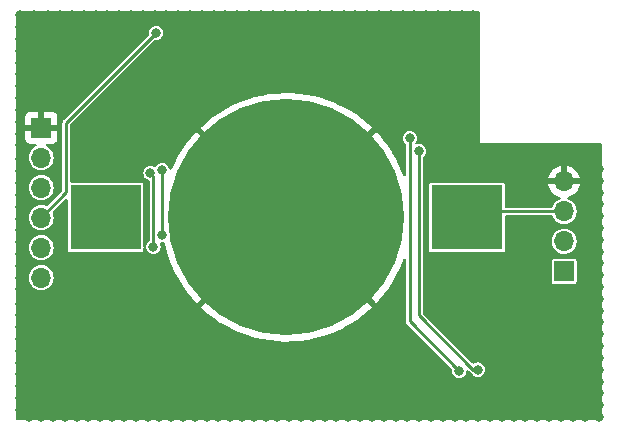
<source format=gbl>
G04 #@! TF.GenerationSoftware,KiCad,Pcbnew,(6.0.1)*
G04 #@! TF.CreationDate,2022-09-21T11:39:00+02:00*
G04 #@! TF.ProjectId,LoRa-E5_BME680,4c6f5261-2d45-4355-9f42-4d453638302e,rev?*
G04 #@! TF.SameCoordinates,Original*
G04 #@! TF.FileFunction,Copper,L2,Bot*
G04 #@! TF.FilePolarity,Positive*
%FSLAX46Y46*%
G04 Gerber Fmt 4.6, Leading zero omitted, Abs format (unit mm)*
G04 Created by KiCad (PCBNEW (6.0.1)) date 2022-09-21 11:39:00*
%MOMM*%
%LPD*%
G01*
G04 APERTURE LIST*
G04 #@! TA.AperFunction,ComponentPad*
%ADD10R,1.700000X1.700000*%
G04 #@! TD*
G04 #@! TA.AperFunction,ComponentPad*
%ADD11O,1.700000X1.700000*%
G04 #@! TD*
G04 #@! TA.AperFunction,SMDPad,CuDef*
%ADD12R,6.000000X5.500000*%
G04 #@! TD*
G04 #@! TA.AperFunction,SMDPad,CuDef*
%ADD13C,20.000000*%
G04 #@! TD*
G04 #@! TA.AperFunction,ViaPad*
%ADD14C,0.800000*%
G04 #@! TD*
G04 #@! TA.AperFunction,Conductor*
%ADD15C,0.250000*%
G04 #@! TD*
G04 APERTURE END LIST*
D10*
X87842000Y-87676000D03*
D11*
X87842000Y-90216000D03*
X87842000Y-92756000D03*
X87842000Y-95296000D03*
X87842000Y-97836000D03*
X87842000Y-100376000D03*
D10*
X132117000Y-99851000D03*
D11*
X132117000Y-97311000D03*
X132117000Y-94771000D03*
X132117000Y-92231000D03*
D12*
X123892000Y-95276000D03*
X93292000Y-95276000D03*
D13*
X108592000Y-95276000D03*
D14*
X123842000Y-95276000D03*
X93342000Y-95276000D03*
X124842000Y-112176000D03*
X87842000Y-112176000D03*
X135042000Y-102176000D03*
X86042000Y-109576000D03*
X118842000Y-112176000D03*
X133842000Y-89526000D03*
X135042000Y-109176000D03*
X116842000Y-112176000D03*
X135042000Y-94176000D03*
X91442000Y-78176000D03*
X122842000Y-112176000D03*
X86042000Y-110576000D03*
X117842000Y-112176000D03*
X98442000Y-78176000D03*
X112842000Y-112176000D03*
X113342000Y-93276000D03*
X130842000Y-89526000D03*
X86042000Y-93376000D03*
X99842000Y-108176000D03*
X135042000Y-104176000D03*
X93442000Y-78176000D03*
X129842000Y-112176000D03*
X135042000Y-99176000D03*
X128842000Y-89526000D03*
X111442000Y-78176000D03*
X86042000Y-105576000D03*
X122642000Y-81076000D03*
X135042000Y-103176000D03*
X124442000Y-85576000D03*
X133842000Y-112176000D03*
X86042000Y-107576000D03*
X86042000Y-79176000D03*
X114842000Y-112176000D03*
X121842000Y-112176000D03*
X93842000Y-112176000D03*
X135042000Y-110176000D03*
X86042000Y-86176000D03*
X105442000Y-78176000D03*
X117442000Y-78176000D03*
X90842000Y-82176000D03*
X92442000Y-78176000D03*
X96842000Y-112176000D03*
X122442000Y-78176000D03*
X86042000Y-98376000D03*
X124842000Y-89526000D03*
X135042000Y-92176000D03*
X86042000Y-91376000D03*
X124442000Y-78176000D03*
X113842000Y-112176000D03*
X124442000Y-86576000D03*
X135042000Y-91176000D03*
X125842000Y-112176000D03*
X135042000Y-96176000D03*
X89842000Y-112176000D03*
X106842000Y-112176000D03*
X95842000Y-112176000D03*
X89442000Y-78176000D03*
X86042000Y-100376000D03*
X113442000Y-78176000D03*
X112442000Y-78176000D03*
X135042000Y-100176000D03*
X135042000Y-112176000D03*
X86042000Y-99376000D03*
X135042000Y-108176000D03*
X86042000Y-108576000D03*
X135042000Y-97176000D03*
X131842000Y-112176000D03*
X103842000Y-112176000D03*
X91242000Y-107976000D03*
X124442000Y-87576000D03*
X124442000Y-88576000D03*
X86042000Y-97376000D03*
X132842000Y-112176000D03*
X91842000Y-112176000D03*
X135042000Y-101176000D03*
X123842000Y-112176000D03*
X104842000Y-112176000D03*
X102842000Y-112176000D03*
X114442000Y-78176000D03*
X115842000Y-112176000D03*
X86042000Y-80176000D03*
X86042000Y-106576000D03*
X118442000Y-78176000D03*
X86042000Y-92376000D03*
X109442000Y-78176000D03*
X113442000Y-88876000D03*
X104442000Y-90976000D03*
X123642000Y-81076000D03*
X103442000Y-78176000D03*
X126842000Y-89526000D03*
X86042000Y-78176000D03*
X131842000Y-89526000D03*
X123442000Y-78176000D03*
X98842000Y-112176000D03*
X115442000Y-78176000D03*
X104442000Y-78176000D03*
X86042000Y-95376000D03*
X127842000Y-112176000D03*
X86042000Y-104576000D03*
X86042000Y-88176000D03*
X97842000Y-112176000D03*
X88842000Y-112176000D03*
X110842000Y-112176000D03*
X95442000Y-108176000D03*
X108842000Y-112176000D03*
X128842000Y-112176000D03*
X97442000Y-78176000D03*
X101842000Y-112176000D03*
X86042000Y-90376000D03*
X100842000Y-112176000D03*
X129842000Y-89526000D03*
X124442000Y-84576000D03*
X94842000Y-112176000D03*
X94442000Y-78176000D03*
X111842000Y-112176000D03*
X130842000Y-112176000D03*
X86042000Y-82176000D03*
X87242000Y-78176000D03*
X121742000Y-81076000D03*
X101442000Y-78176000D03*
X108442000Y-78176000D03*
X86042000Y-87176000D03*
X95442000Y-105376000D03*
X119442000Y-78176000D03*
X135042000Y-98176000D03*
X127842000Y-89526000D03*
X99442000Y-78176000D03*
X100442000Y-78176000D03*
X91242000Y-105376000D03*
X90842000Y-112176000D03*
X86042000Y-84176000D03*
X135042000Y-95176000D03*
X86042000Y-96376000D03*
X88442000Y-78176000D03*
X126842000Y-112176000D03*
X86042000Y-111576000D03*
X118442000Y-108176000D03*
X86042000Y-81176000D03*
X95442000Y-78176000D03*
X119842000Y-112176000D03*
X109842000Y-112176000D03*
X110442000Y-78176000D03*
X124442000Y-81576000D03*
X86842000Y-112176000D03*
X124442000Y-82576000D03*
X120842000Y-112176000D03*
X96442000Y-78176000D03*
X92842000Y-112176000D03*
X86042000Y-102576000D03*
X86042000Y-89176000D03*
X135042000Y-106176000D03*
X86042000Y-101376000D03*
X107442000Y-78176000D03*
X107842000Y-112176000D03*
X86042000Y-103576000D03*
X121442000Y-78176000D03*
X105842000Y-112176000D03*
X106442000Y-78176000D03*
X108842000Y-102576000D03*
X132842000Y-89526000D03*
X120442000Y-78176000D03*
X99842000Y-112176000D03*
X135042000Y-111176000D03*
X135042000Y-107176000D03*
X95642000Y-85176000D03*
X90442000Y-78176000D03*
X121042000Y-81676000D03*
X134842000Y-89526000D03*
X135042000Y-105176000D03*
X86042000Y-85176000D03*
X124442000Y-83576000D03*
X116442000Y-78176000D03*
X102442000Y-78176000D03*
X135042000Y-93176000D03*
X86042000Y-83176000D03*
X125842000Y-89526000D03*
X86042000Y-94376000D03*
X118242000Y-84176000D03*
X98092000Y-91276000D03*
X98092000Y-96776000D03*
X97092000Y-91526000D03*
X97342000Y-97776000D03*
X97584000Y-79659000D03*
X119042000Y-88576000D03*
X123242000Y-108276000D03*
X124817000Y-108168500D03*
X119842000Y-89676000D03*
D15*
X123842000Y-95276000D02*
X124347000Y-94771000D01*
X93292000Y-95276000D02*
X93342000Y-95276000D01*
X124347000Y-94771000D02*
X132117000Y-94771000D01*
X98092000Y-96776000D02*
X98092000Y-91276000D01*
X97342000Y-91776000D02*
X97092000Y-91526000D01*
X97342000Y-97776000D02*
X97342000Y-91776000D01*
X97584000Y-79659000D02*
X89967489Y-87275511D01*
X89967489Y-93170511D02*
X87842000Y-95296000D01*
X89967489Y-87275511D02*
X89967489Y-93170511D01*
X119042000Y-88576000D02*
X119042000Y-104076000D01*
X119042000Y-104076000D02*
X123242000Y-108276000D01*
X119842000Y-103576000D02*
X124434500Y-108168500D01*
X119842000Y-89676000D02*
X119842000Y-103576000D01*
X124434500Y-108168500D02*
X124817000Y-108168500D01*
G04 #@! TA.AperFunction,Conductor*
G36*
X124910121Y-77845002D02*
G01*
X124956614Y-77898658D01*
X124968000Y-77951000D01*
X124968000Y-89017000D01*
X135199000Y-89017000D01*
X135267121Y-89037002D01*
X135313614Y-89090658D01*
X135325000Y-89143000D01*
X135325000Y-112299000D01*
X135304998Y-112367121D01*
X135251342Y-112413614D01*
X135199000Y-112425000D01*
X85851000Y-112425000D01*
X85782879Y-112404998D01*
X85736386Y-112351342D01*
X85725000Y-112299000D01*
X85725000Y-102885359D01*
X101348181Y-102885359D01*
X101348280Y-102886754D01*
X101352986Y-102893971D01*
X101488140Y-103025632D01*
X101490994Y-103028247D01*
X101974508Y-103444870D01*
X101977498Y-103447291D01*
X102485538Y-103833614D01*
X102488685Y-103835859D01*
X103019354Y-104190441D01*
X103022647Y-104192498D01*
X103573960Y-104514014D01*
X103577371Y-104515866D01*
X104147285Y-104803127D01*
X104150792Y-104804762D01*
X104737220Y-105056712D01*
X104740785Y-105058116D01*
X105341498Y-105273794D01*
X105345163Y-105274984D01*
X105957918Y-105453586D01*
X105961625Y-105454545D01*
X106584155Y-105595409D01*
X106587913Y-105596140D01*
X107217898Y-105698739D01*
X107221686Y-105699238D01*
X107856734Y-105763184D01*
X107860574Y-105763453D01*
X108498346Y-105788511D01*
X108502174Y-105788544D01*
X109140285Y-105774620D01*
X109144127Y-105774418D01*
X109780191Y-105721566D01*
X109784001Y-105721132D01*
X110415650Y-105629547D01*
X110419446Y-105628878D01*
X111044321Y-105498904D01*
X111048075Y-105498002D01*
X111663829Y-105330129D01*
X111667538Y-105328995D01*
X112271913Y-105123837D01*
X112275491Y-105122499D01*
X112866254Y-104880812D01*
X112869733Y-104879263D01*
X113444629Y-104601966D01*
X113448026Y-104600197D01*
X114004925Y-104288319D01*
X114008192Y-104286356D01*
X114545006Y-103941066D01*
X114548173Y-103938889D01*
X115062892Y-103561481D01*
X115065919Y-103559116D01*
X115556631Y-103150996D01*
X115559516Y-103148443D01*
X115827516Y-102896333D01*
X115835550Y-102882633D01*
X115835517Y-102881819D01*
X115830443Y-102873653D01*
X108604812Y-95648022D01*
X108590868Y-95640408D01*
X108589035Y-95640539D01*
X108582420Y-95644790D01*
X101355795Y-102871415D01*
X101348181Y-102885359D01*
X85725000Y-102885359D01*
X85725000Y-100361262D01*
X86786520Y-100361262D01*
X86787036Y-100367406D01*
X86801037Y-100534133D01*
X86803759Y-100566553D01*
X86805458Y-100572478D01*
X86849714Y-100726816D01*
X86860544Y-100764586D01*
X86863359Y-100770063D01*
X86863360Y-100770066D01*
X86930908Y-100901500D01*
X86954712Y-100947818D01*
X87082677Y-101109270D01*
X87087370Y-101113264D01*
X87087371Y-101113265D01*
X87223367Y-101229006D01*
X87239564Y-101242791D01*
X87419398Y-101343297D01*
X87514238Y-101374113D01*
X87609471Y-101405056D01*
X87609475Y-101405057D01*
X87615329Y-101406959D01*
X87819894Y-101431351D01*
X87826029Y-101430879D01*
X87826031Y-101430879D01*
X87882039Y-101426569D01*
X88025300Y-101415546D01*
X88031230Y-101413890D01*
X88031232Y-101413890D01*
X88217797Y-101361800D01*
X88217796Y-101361800D01*
X88223725Y-101360145D01*
X88229214Y-101357372D01*
X88229220Y-101357370D01*
X88402116Y-101270033D01*
X88407610Y-101267258D01*
X88569951Y-101140424D01*
X88704564Y-100984472D01*
X88725387Y-100947818D01*
X88779567Y-100852443D01*
X88806323Y-100805344D01*
X88871351Y-100609863D01*
X88897171Y-100405474D01*
X88897583Y-100376000D01*
X88877480Y-100170970D01*
X88817935Y-99973749D01*
X88721218Y-99791849D01*
X88647859Y-99701902D01*
X88594906Y-99636975D01*
X88594903Y-99636972D01*
X88591011Y-99632200D01*
X88496161Y-99553733D01*
X88437025Y-99504811D01*
X88437021Y-99504809D01*
X88432275Y-99500882D01*
X88251055Y-99402897D01*
X88054254Y-99341977D01*
X88048129Y-99341333D01*
X88048128Y-99341333D01*
X87855498Y-99321087D01*
X87855496Y-99321087D01*
X87849369Y-99320443D01*
X87762529Y-99328346D01*
X87650342Y-99338555D01*
X87650339Y-99338556D01*
X87644203Y-99339114D01*
X87446572Y-99397280D01*
X87264002Y-99492726D01*
X87259201Y-99496586D01*
X87259198Y-99496588D01*
X87248971Y-99504811D01*
X87103447Y-99621815D01*
X86971024Y-99779630D01*
X86968056Y-99785028D01*
X86968053Y-99785033D01*
X86961315Y-99797290D01*
X86871776Y-99960162D01*
X86809484Y-100156532D01*
X86808798Y-100162649D01*
X86808797Y-100162653D01*
X86787207Y-100355137D01*
X86786520Y-100361262D01*
X85725000Y-100361262D01*
X85725000Y-97821262D01*
X86786520Y-97821262D01*
X86787463Y-97832494D01*
X86795159Y-97924134D01*
X86803759Y-98026553D01*
X86805458Y-98032478D01*
X86855781Y-98207974D01*
X86860544Y-98224586D01*
X86863359Y-98230063D01*
X86863360Y-98230066D01*
X86933026Y-98365622D01*
X86954712Y-98407818D01*
X87082677Y-98569270D01*
X87239564Y-98702791D01*
X87419398Y-98803297D01*
X87514238Y-98834112D01*
X87609471Y-98865056D01*
X87609475Y-98865057D01*
X87615329Y-98866959D01*
X87819894Y-98891351D01*
X87826029Y-98890879D01*
X87826031Y-98890879D01*
X87882039Y-98886569D01*
X88025300Y-98875546D01*
X88031230Y-98873890D01*
X88031232Y-98873890D01*
X88217797Y-98821800D01*
X88217796Y-98821800D01*
X88223725Y-98820145D01*
X88229214Y-98817372D01*
X88229220Y-98817370D01*
X88402116Y-98730033D01*
X88407610Y-98727258D01*
X88569951Y-98600424D01*
X88704564Y-98444472D01*
X88725387Y-98407818D01*
X88762385Y-98342688D01*
X88806323Y-98265344D01*
X88871351Y-98069863D01*
X88897171Y-97865474D01*
X88897583Y-97836000D01*
X88877480Y-97630970D01*
X88817935Y-97433749D01*
X88721218Y-97251849D01*
X88602242Y-97105970D01*
X88594906Y-97096975D01*
X88594903Y-97096972D01*
X88591011Y-97092200D01*
X88584173Y-97086543D01*
X88437025Y-96964811D01*
X88437021Y-96964809D01*
X88432275Y-96960882D01*
X88251055Y-96862897D01*
X88054254Y-96801977D01*
X88048129Y-96801333D01*
X88048128Y-96801333D01*
X87855498Y-96781087D01*
X87855496Y-96781087D01*
X87849369Y-96780443D01*
X87762529Y-96788346D01*
X87650342Y-96798555D01*
X87650339Y-96798556D01*
X87644203Y-96799114D01*
X87446572Y-96857280D01*
X87264002Y-96952726D01*
X87259201Y-96956586D01*
X87259198Y-96956588D01*
X87248971Y-96964811D01*
X87103447Y-97081815D01*
X86971024Y-97239630D01*
X86968056Y-97245028D01*
X86968053Y-97245033D01*
X86904276Y-97361044D01*
X86871776Y-97420162D01*
X86809484Y-97616532D01*
X86808798Y-97622649D01*
X86808797Y-97622653D01*
X86796253Y-97734491D01*
X86786520Y-97821262D01*
X85725000Y-97821262D01*
X85725000Y-95281262D01*
X86786520Y-95281262D01*
X86787036Y-95287406D01*
X86795159Y-95384134D01*
X86803759Y-95486553D01*
X86805458Y-95492478D01*
X86854142Y-95662258D01*
X86860544Y-95684586D01*
X86863359Y-95690063D01*
X86863360Y-95690066D01*
X86919887Y-95800056D01*
X86954712Y-95867818D01*
X87082677Y-96029270D01*
X87239564Y-96162791D01*
X87419398Y-96263297D01*
X87514238Y-96294112D01*
X87609471Y-96325056D01*
X87609475Y-96325057D01*
X87615329Y-96326959D01*
X87819894Y-96351351D01*
X87826029Y-96350879D01*
X87826031Y-96350879D01*
X87882039Y-96346569D01*
X88025300Y-96335546D01*
X88031230Y-96333890D01*
X88031232Y-96333890D01*
X88217797Y-96281800D01*
X88217796Y-96281800D01*
X88223725Y-96280145D01*
X88229214Y-96277372D01*
X88229220Y-96277370D01*
X88402116Y-96190033D01*
X88407610Y-96187258D01*
X88569951Y-96060424D01*
X88704564Y-95904472D01*
X88725387Y-95867818D01*
X88762385Y-95802688D01*
X88806323Y-95725344D01*
X88871351Y-95529863D01*
X88897171Y-95325474D01*
X88897583Y-95296000D01*
X88877480Y-95090970D01*
X88817935Y-94893749D01*
X88816312Y-94890696D01*
X88808944Y-94821024D01*
X88843808Y-94754518D01*
X89876405Y-93721922D01*
X89938717Y-93687896D01*
X90009533Y-93692961D01*
X90066368Y-93735508D01*
X90091179Y-93802028D01*
X90091500Y-93811017D01*
X90091500Y-98045748D01*
X90092707Y-98051816D01*
X90099386Y-98085392D01*
X90103133Y-98104231D01*
X90147448Y-98170552D01*
X90213769Y-98214867D01*
X90225938Y-98217288D01*
X90225939Y-98217288D01*
X90262630Y-98224586D01*
X90272252Y-98226500D01*
X96311748Y-98226500D01*
X96321370Y-98224586D01*
X96358061Y-98217288D01*
X96358062Y-98217288D01*
X96370231Y-98214867D01*
X96436552Y-98170552D01*
X96480867Y-98104231D01*
X96484615Y-98085392D01*
X96491293Y-98051816D01*
X96492500Y-98045748D01*
X96492500Y-97846407D01*
X96512502Y-97778286D01*
X96517192Y-97774222D01*
X96494005Y-97725008D01*
X96492500Y-97705593D01*
X96492500Y-92506252D01*
X96480867Y-92447769D01*
X96436552Y-92381448D01*
X96370231Y-92337133D01*
X96358062Y-92334712D01*
X96358061Y-92334712D01*
X96317816Y-92326707D01*
X96311748Y-92325500D01*
X90418989Y-92325500D01*
X90350868Y-92305498D01*
X90304375Y-92251842D01*
X90292989Y-92199500D01*
X90292989Y-91526000D01*
X96486318Y-91526000D01*
X96506956Y-91682762D01*
X96567464Y-91828841D01*
X96663718Y-91954282D01*
X96789159Y-92050536D01*
X96935238Y-92111044D01*
X96934236Y-92113462D01*
X96983723Y-92143618D01*
X97014753Y-92207475D01*
X97016500Y-92228385D01*
X97016500Y-97206714D01*
X96996498Y-97274835D01*
X96967204Y-97306677D01*
X96923159Y-97340474D01*
X96913718Y-97347718D01*
X96817464Y-97473159D01*
X96756956Y-97619238D01*
X96755878Y-97627426D01*
X96743422Y-97722039D01*
X96718495Y-97778387D01*
X96739396Y-97810909D01*
X96743422Y-97829961D01*
X96744217Y-97836000D01*
X96756956Y-97932762D01*
X96817464Y-98078841D01*
X96913718Y-98204282D01*
X97039159Y-98300536D01*
X97185238Y-98361044D01*
X97193426Y-98362122D01*
X97221964Y-98365879D01*
X97342000Y-98381682D01*
X97350188Y-98380604D01*
X97490574Y-98362122D01*
X97498762Y-98361044D01*
X97644841Y-98300536D01*
X97770282Y-98204282D01*
X97866536Y-98078841D01*
X97927044Y-97932762D01*
X97947682Y-97776000D01*
X97927044Y-97619238D01*
X97923491Y-97610659D01*
X97896972Y-97546637D01*
X97889383Y-97476047D01*
X97921163Y-97412560D01*
X97982221Y-97376333D01*
X98029827Y-97373497D01*
X98083812Y-97380604D01*
X98092000Y-97381682D01*
X98172984Y-97371020D01*
X98243131Y-97381959D01*
X98296230Y-97429087D01*
X98313218Y-97472440D01*
X98327855Y-97549536D01*
X98328690Y-97553299D01*
X98485798Y-98171919D01*
X98486850Y-98175588D01*
X98681434Y-98783467D01*
X98682724Y-98787111D01*
X98914054Y-99381974D01*
X98915543Y-99385483D01*
X99182763Y-99965124D01*
X99184480Y-99968569D01*
X99486574Y-100530793D01*
X99488502Y-100534133D01*
X99824358Y-101076870D01*
X99826478Y-101080073D01*
X100194835Y-101601288D01*
X100197177Y-101604394D01*
X100596640Y-102102114D01*
X100599176Y-102105084D01*
X100969937Y-102513260D01*
X100983499Y-102521534D01*
X100983721Y-102521529D01*
X100992782Y-102516008D01*
X108219978Y-95288812D01*
X108226356Y-95277132D01*
X108956408Y-95277132D01*
X108956539Y-95278965D01*
X108960790Y-95285580D01*
X116187109Y-102511899D01*
X116201053Y-102519513D01*
X116201864Y-102519455D01*
X116209868Y-102514137D01*
X116464443Y-102243516D01*
X116466996Y-102240631D01*
X116875116Y-101749919D01*
X116877481Y-101746892D01*
X117254889Y-101232173D01*
X117257066Y-101229006D01*
X117602356Y-100692192D01*
X117604319Y-100688925D01*
X117916197Y-100132026D01*
X117917966Y-100128629D01*
X118195263Y-99553733D01*
X118196812Y-99550254D01*
X118438499Y-98959491D01*
X118439837Y-98955913D01*
X118471187Y-98863559D01*
X118512024Y-98805483D01*
X118577777Y-98778704D01*
X118647569Y-98791725D01*
X118699242Y-98840412D01*
X118716500Y-98904060D01*
X118716500Y-104056290D01*
X118716020Y-104067272D01*
X118712736Y-104104807D01*
X118715590Y-104115456D01*
X118722491Y-104141210D01*
X118724870Y-104151942D01*
X118731412Y-104189045D01*
X118736923Y-104198590D01*
X118738115Y-104201866D01*
X118739592Y-104205034D01*
X118742446Y-104215684D01*
X118748770Y-104224715D01*
X118764055Y-104246544D01*
X118769961Y-104255815D01*
X118783293Y-104278906D01*
X118788806Y-104288455D01*
X118797251Y-104295541D01*
X118817682Y-104312685D01*
X118825785Y-104320111D01*
X122609291Y-108103617D01*
X122643317Y-108165929D01*
X122645118Y-108209157D01*
X122636318Y-108276000D01*
X122656956Y-108432762D01*
X122717464Y-108578841D01*
X122813718Y-108704282D01*
X122939159Y-108800536D01*
X123085238Y-108861044D01*
X123242000Y-108881682D01*
X123250188Y-108880604D01*
X123390574Y-108862122D01*
X123398762Y-108861044D01*
X123544841Y-108800536D01*
X123670282Y-108704282D01*
X123766536Y-108578841D01*
X123827044Y-108432762D01*
X123841554Y-108322546D01*
X123870276Y-108257619D01*
X123929541Y-108218527D01*
X124000533Y-108217682D01*
X124055571Y-108249897D01*
X124190389Y-108384715D01*
X124197816Y-108392819D01*
X124222045Y-108421694D01*
X124231594Y-108427207D01*
X124254685Y-108440539D01*
X124263947Y-108446439D01*
X124268385Y-108449546D01*
X124296085Y-108476060D01*
X124388718Y-108596782D01*
X124514159Y-108693036D01*
X124660238Y-108753544D01*
X124817000Y-108774182D01*
X124825188Y-108773104D01*
X124965574Y-108754622D01*
X124973762Y-108753544D01*
X125119841Y-108693036D01*
X125245282Y-108596782D01*
X125341536Y-108471341D01*
X125402044Y-108325262D01*
X125422682Y-108168500D01*
X125402044Y-108011738D01*
X125341536Y-107865659D01*
X125245282Y-107740218D01*
X125119841Y-107643964D01*
X124973762Y-107583456D01*
X124817000Y-107562818D01*
X124660238Y-107583456D01*
X124652609Y-107586616D01*
X124521788Y-107640804D01*
X124514159Y-107643964D01*
X124507612Y-107648988D01*
X124507466Y-107649072D01*
X124438471Y-107665809D01*
X124371379Y-107642587D01*
X124355373Y-107629047D01*
X120204405Y-103478079D01*
X120170379Y-103415767D01*
X120167500Y-103388984D01*
X120167500Y-100720748D01*
X131066500Y-100720748D01*
X131067707Y-100726816D01*
X131074042Y-100758662D01*
X131078133Y-100779231D01*
X131085026Y-100789547D01*
X131095581Y-100805344D01*
X131122448Y-100845552D01*
X131188769Y-100889867D01*
X131200938Y-100892288D01*
X131200939Y-100892288D01*
X131241184Y-100900293D01*
X131247252Y-100901500D01*
X132986748Y-100901500D01*
X132992816Y-100900293D01*
X133033061Y-100892288D01*
X133033062Y-100892288D01*
X133045231Y-100889867D01*
X133111552Y-100845552D01*
X133138419Y-100805344D01*
X133148974Y-100789547D01*
X133155867Y-100779231D01*
X133159959Y-100758662D01*
X133166293Y-100726816D01*
X133167500Y-100720748D01*
X133167500Y-98981252D01*
X133166293Y-98975184D01*
X133158288Y-98934939D01*
X133158288Y-98934938D01*
X133155867Y-98922769D01*
X133111552Y-98856448D01*
X133079658Y-98835137D01*
X133055547Y-98819026D01*
X133045231Y-98812133D01*
X133033062Y-98809712D01*
X133033061Y-98809712D01*
X132992816Y-98801707D01*
X132986748Y-98800500D01*
X131247252Y-98800500D01*
X131241184Y-98801707D01*
X131200939Y-98809712D01*
X131200938Y-98809712D01*
X131188769Y-98812133D01*
X131178453Y-98819026D01*
X131154342Y-98835137D01*
X131122448Y-98856448D01*
X131078133Y-98922769D01*
X131075712Y-98934938D01*
X131075712Y-98934939D01*
X131067707Y-98975184D01*
X131066500Y-98981252D01*
X131066500Y-100720748D01*
X120167500Y-100720748D01*
X120167500Y-98045748D01*
X120691500Y-98045748D01*
X120692707Y-98051816D01*
X120699386Y-98085392D01*
X120703133Y-98104231D01*
X120747448Y-98170552D01*
X120813769Y-98214867D01*
X120825938Y-98217288D01*
X120825939Y-98217288D01*
X120862630Y-98224586D01*
X120872252Y-98226500D01*
X126911748Y-98226500D01*
X126921370Y-98224586D01*
X126958061Y-98217288D01*
X126958062Y-98217288D01*
X126970231Y-98214867D01*
X127036552Y-98170552D01*
X127080867Y-98104231D01*
X127084615Y-98085392D01*
X127091293Y-98051816D01*
X127092500Y-98045748D01*
X127092500Y-97296262D01*
X131061520Y-97296262D01*
X131062036Y-97302406D01*
X131076375Y-97473159D01*
X131078759Y-97501553D01*
X131080458Y-97507478D01*
X131115869Y-97630970D01*
X131135544Y-97699586D01*
X131138359Y-97705063D01*
X131138360Y-97705066D01*
X131201234Y-97827406D01*
X131229712Y-97882818D01*
X131357677Y-98044270D01*
X131362370Y-98048264D01*
X131362371Y-98048265D01*
X131389333Y-98071211D01*
X131514564Y-98177791D01*
X131519942Y-98180797D01*
X131519944Y-98180798D01*
X131585235Y-98217288D01*
X131694398Y-98278297D01*
X131772568Y-98303696D01*
X131884471Y-98340056D01*
X131884475Y-98340057D01*
X131890329Y-98341959D01*
X132094894Y-98366351D01*
X132101029Y-98365879D01*
X132101031Y-98365879D01*
X132163865Y-98361044D01*
X132300300Y-98350546D01*
X132306230Y-98348890D01*
X132306232Y-98348890D01*
X132430104Y-98314304D01*
X132498725Y-98295145D01*
X132504214Y-98292372D01*
X132504220Y-98292370D01*
X132638408Y-98224586D01*
X132682610Y-98202258D01*
X132721443Y-98171919D01*
X132763781Y-98138841D01*
X132844951Y-98075424D01*
X132870567Y-98045748D01*
X132975540Y-97924134D01*
X132975540Y-97924133D01*
X132979564Y-97919472D01*
X133000387Y-97882818D01*
X133035355Y-97821262D01*
X133081323Y-97740344D01*
X133146351Y-97544863D01*
X133172171Y-97340474D01*
X133172583Y-97311000D01*
X133152480Y-97105970D01*
X133092935Y-96908749D01*
X132996218Y-96726849D01*
X132908452Y-96619238D01*
X132869906Y-96571975D01*
X132869903Y-96571972D01*
X132866011Y-96567200D01*
X132848786Y-96552950D01*
X132712025Y-96439811D01*
X132712021Y-96439809D01*
X132707275Y-96435882D01*
X132544219Y-96347718D01*
X132531474Y-96340827D01*
X132526055Y-96337897D01*
X132329254Y-96276977D01*
X132323129Y-96276333D01*
X132323128Y-96276333D01*
X132130498Y-96256087D01*
X132130496Y-96256087D01*
X132124369Y-96255443D01*
X132038065Y-96263297D01*
X131925342Y-96273555D01*
X131925339Y-96273556D01*
X131919203Y-96274114D01*
X131721572Y-96332280D01*
X131539002Y-96427726D01*
X131534201Y-96431586D01*
X131534198Y-96431588D01*
X131383254Y-96552950D01*
X131378447Y-96556815D01*
X131246024Y-96714630D01*
X131243056Y-96720028D01*
X131243053Y-96720033D01*
X131197003Y-96803799D01*
X131146776Y-96895162D01*
X131084484Y-97091532D01*
X131083798Y-97097649D01*
X131083797Y-97097653D01*
X131068402Y-97234903D01*
X131061520Y-97296262D01*
X127092500Y-97296262D01*
X127092500Y-95222500D01*
X127112502Y-95154379D01*
X127166158Y-95107886D01*
X127218500Y-95096500D01*
X131026211Y-95096500D01*
X131094332Y-95116502D01*
X131138278Y-95164906D01*
X131198077Y-95281262D01*
X131229712Y-95342818D01*
X131357677Y-95504270D01*
X131514564Y-95637791D01*
X131694398Y-95738297D01*
X131789238Y-95769113D01*
X131884471Y-95800056D01*
X131884475Y-95800057D01*
X131890329Y-95801959D01*
X132094894Y-95826351D01*
X132101029Y-95825879D01*
X132101031Y-95825879D01*
X132157039Y-95821569D01*
X132300300Y-95810546D01*
X132306230Y-95808890D01*
X132306232Y-95808890D01*
X132492797Y-95756800D01*
X132492796Y-95756800D01*
X132498725Y-95755145D01*
X132504214Y-95752372D01*
X132504220Y-95752370D01*
X132638408Y-95684586D01*
X132682610Y-95662258D01*
X132700832Y-95648022D01*
X132840101Y-95539213D01*
X132844951Y-95535424D01*
X132979564Y-95379472D01*
X133000387Y-95342818D01*
X133037701Y-95277132D01*
X133081323Y-95200344D01*
X133146351Y-95004863D01*
X133172171Y-94800474D01*
X133172583Y-94771000D01*
X133152480Y-94565970D01*
X133092935Y-94368749D01*
X132996218Y-94186849D01*
X132922859Y-94096902D01*
X132869906Y-94031975D01*
X132869903Y-94031972D01*
X132866011Y-94027200D01*
X132848786Y-94012950D01*
X132712025Y-93899811D01*
X132712021Y-93899809D01*
X132707275Y-93895882D01*
X132526055Y-93797897D01*
X132475183Y-93782150D01*
X132416025Y-93742899D01*
X132387477Y-93677895D01*
X132398605Y-93607776D01*
X132445876Y-93554804D01*
X132476235Y-93541099D01*
X132609255Y-93501191D01*
X132618842Y-93497433D01*
X132810095Y-93403739D01*
X132818945Y-93398464D01*
X132992328Y-93274792D01*
X133000200Y-93268139D01*
X133151052Y-93117812D01*
X133157730Y-93109965D01*
X133282003Y-92937020D01*
X133287313Y-92928183D01*
X133381670Y-92737267D01*
X133385469Y-92727672D01*
X133447377Y-92523910D01*
X133449555Y-92513837D01*
X133450986Y-92502962D01*
X133448775Y-92488778D01*
X133435617Y-92485000D01*
X130800225Y-92485000D01*
X130786694Y-92488973D01*
X130785257Y-92498966D01*
X130815565Y-92633446D01*
X130818645Y-92643275D01*
X130898770Y-92840603D01*
X130903413Y-92849794D01*
X131014694Y-93031388D01*
X131020777Y-93039699D01*
X131160213Y-93200667D01*
X131167580Y-93207883D01*
X131331434Y-93343916D01*
X131339881Y-93349831D01*
X131523756Y-93457279D01*
X131533042Y-93461729D01*
X131732001Y-93537703D01*
X131746866Y-93542022D01*
X131746289Y-93544008D01*
X131801260Y-93573082D01*
X131836110Y-93634936D01*
X131831988Y-93705813D01*
X131790201Y-93763209D01*
X131748930Y-93784228D01*
X131727489Y-93790538D01*
X131727484Y-93790540D01*
X131721572Y-93792280D01*
X131539002Y-93887726D01*
X131534201Y-93891586D01*
X131534198Y-93891588D01*
X131523971Y-93899811D01*
X131378447Y-94016815D01*
X131246024Y-94174630D01*
X131243056Y-94180028D01*
X131243053Y-94180033D01*
X131165412Y-94321263D01*
X131146776Y-94355162D01*
X131144914Y-94361031D01*
X131142485Y-94366699D01*
X131140458Y-94365830D01*
X131106342Y-94416481D01*
X131041140Y-94444575D01*
X131025901Y-94445500D01*
X127218500Y-94445500D01*
X127150379Y-94425498D01*
X127103886Y-94371842D01*
X127092500Y-94319500D01*
X127092500Y-92506252D01*
X127080867Y-92447769D01*
X127036552Y-92381448D01*
X126970231Y-92337133D01*
X126958062Y-92334712D01*
X126958061Y-92334712D01*
X126917816Y-92326707D01*
X126911748Y-92325500D01*
X120872252Y-92325500D01*
X120866184Y-92326707D01*
X120825939Y-92334712D01*
X120825938Y-92334712D01*
X120813769Y-92337133D01*
X120747448Y-92381448D01*
X120703133Y-92447769D01*
X120691500Y-92506252D01*
X120691500Y-98045748D01*
X120167500Y-98045748D01*
X120167500Y-91965183D01*
X130781389Y-91965183D01*
X130782912Y-91973607D01*
X130795292Y-91977000D01*
X131844885Y-91977000D01*
X131860124Y-91972525D01*
X131861329Y-91971135D01*
X131863000Y-91963452D01*
X131863000Y-91958885D01*
X132371000Y-91958885D01*
X132375475Y-91974124D01*
X132376865Y-91975329D01*
X132384548Y-91977000D01*
X133435344Y-91977000D01*
X133448875Y-91973027D01*
X133450180Y-91963947D01*
X133408214Y-91796875D01*
X133404894Y-91787124D01*
X133319972Y-91591814D01*
X133315105Y-91582739D01*
X133199426Y-91403926D01*
X133193136Y-91395757D01*
X133049806Y-91238240D01*
X133042273Y-91231215D01*
X132875139Y-91099222D01*
X132866552Y-91093517D01*
X132680117Y-90990599D01*
X132670705Y-90986369D01*
X132469959Y-90915280D01*
X132459988Y-90912646D01*
X132388837Y-90899972D01*
X132375540Y-90901432D01*
X132371000Y-90915989D01*
X132371000Y-91958885D01*
X131863000Y-91958885D01*
X131863000Y-90914102D01*
X131859082Y-90900758D01*
X131844806Y-90898771D01*
X131806324Y-90904660D01*
X131796288Y-90907051D01*
X131593868Y-90973212D01*
X131584359Y-90977209D01*
X131395463Y-91075542D01*
X131386738Y-91081036D01*
X131216433Y-91208905D01*
X131208726Y-91215748D01*
X131061590Y-91369717D01*
X131055104Y-91377727D01*
X130935098Y-91553649D01*
X130930000Y-91562623D01*
X130840338Y-91755783D01*
X130836775Y-91765470D01*
X130781389Y-91965183D01*
X120167500Y-91965183D01*
X120167500Y-90245286D01*
X120187502Y-90177165D01*
X120216796Y-90145323D01*
X120263736Y-90109305D01*
X120270282Y-90104282D01*
X120366536Y-89978841D01*
X120427044Y-89832762D01*
X120447682Y-89676000D01*
X120427044Y-89519238D01*
X120366536Y-89373159D01*
X120270282Y-89247718D01*
X120263498Y-89242512D01*
X120179335Y-89177932D01*
X120144841Y-89151464D01*
X119998762Y-89090956D01*
X119842000Y-89070318D01*
X119685238Y-89090956D01*
X119684786Y-89091143D01*
X119617407Y-89089539D01*
X119558612Y-89049744D01*
X119530665Y-88984479D01*
X119542439Y-88914466D01*
X119555812Y-88892818D01*
X119561506Y-88885397D01*
X119561509Y-88885392D01*
X119566536Y-88878841D01*
X119627044Y-88732762D01*
X119647682Y-88576000D01*
X119627044Y-88419238D01*
X119566536Y-88273159D01*
X119470282Y-88147718D01*
X119344841Y-88051464D01*
X119198762Y-87990956D01*
X119042000Y-87970318D01*
X118885238Y-87990956D01*
X118739159Y-88051464D01*
X118613718Y-88147718D01*
X118517464Y-88273159D01*
X118456956Y-88419238D01*
X118436318Y-88576000D01*
X118456956Y-88732762D01*
X118517464Y-88878841D01*
X118613718Y-89004282D01*
X118620264Y-89009305D01*
X118667204Y-89045323D01*
X118709071Y-89102661D01*
X118716500Y-89145286D01*
X118716500Y-91652578D01*
X118696498Y-91720699D01*
X118642842Y-91767192D01*
X118572568Y-91777296D01*
X118507988Y-91747802D01*
X118471545Y-91694119D01*
X118407348Y-91510287D01*
X118405979Y-91506722D01*
X118159152Y-90918107D01*
X118157561Y-90914614D01*
X117875268Y-90342180D01*
X117873460Y-90338779D01*
X117556746Y-89784646D01*
X117554744Y-89781378D01*
X117204785Y-89247601D01*
X117202588Y-89244465D01*
X116820704Y-88733058D01*
X116818301Y-88730038D01*
X116405922Y-88242917D01*
X116403336Y-88240044D01*
X116212317Y-88040504D01*
X116198548Y-88032591D01*
X116197443Y-88032646D01*
X116189718Y-88037492D01*
X108964022Y-95263188D01*
X108956408Y-95277132D01*
X108226356Y-95277132D01*
X108227592Y-95274868D01*
X108227461Y-95273035D01*
X108223210Y-95266420D01*
X100994016Y-88037226D01*
X100980072Y-88029612D01*
X100978091Y-88029753D01*
X100971684Y-88033852D01*
X100967523Y-88037976D01*
X100964860Y-88040782D01*
X100539876Y-88516937D01*
X100537389Y-88519901D01*
X100142245Y-89021138D01*
X100139981Y-89024197D01*
X99776152Y-89548655D01*
X99774075Y-89551853D01*
X99442974Y-90097492D01*
X99441052Y-90100890D01*
X99143899Y-90665684D01*
X99142195Y-90669177D01*
X98918364Y-91166061D01*
X98872148Y-91219955D01*
X98804132Y-91240308D01*
X98735909Y-91220658D01*
X98689140Y-91167242D01*
X98678561Y-91130757D01*
X98677044Y-91119238D01*
X98616536Y-90973159D01*
X98520282Y-90847718D01*
X98394841Y-90751464D01*
X98248762Y-90690956D01*
X98092000Y-90670318D01*
X97935238Y-90690956D01*
X97789159Y-90751464D01*
X97663718Y-90847718D01*
X97567464Y-90973159D01*
X97565106Y-90971350D01*
X97524053Y-91010487D01*
X97454339Y-91023916D01*
X97403330Y-91007609D01*
X97401389Y-91006488D01*
X97394841Y-91001464D01*
X97387215Y-90998305D01*
X97387213Y-90998304D01*
X97256391Y-90944116D01*
X97248762Y-90940956D01*
X97092000Y-90920318D01*
X96935238Y-90940956D01*
X96789159Y-91001464D01*
X96663718Y-91097718D01*
X96567464Y-91223159D01*
X96506956Y-91369238D01*
X96486318Y-91526000D01*
X90292989Y-91526000D01*
X90292989Y-87667925D01*
X101347175Y-87667925D01*
X101347288Y-87669614D01*
X101351661Y-87676451D01*
X108579188Y-94903978D01*
X108593132Y-94911592D01*
X108594965Y-94911461D01*
X108601580Y-94907210D01*
X115828596Y-87680194D01*
X115836210Y-87666250D01*
X115836173Y-87665733D01*
X115830543Y-87657338D01*
X115490550Y-87343053D01*
X115487643Y-87340527D01*
X114993404Y-86936716D01*
X114990321Y-86934350D01*
X114472354Y-86561468D01*
X114469161Y-86559314D01*
X113929380Y-86218737D01*
X113926056Y-86216779D01*
X113366464Y-85909776D01*
X113363065Y-85908045D01*
X112785792Y-85635785D01*
X112782248Y-85634244D01*
X112189450Y-85397742D01*
X112185818Y-85396420D01*
X111579672Y-85196543D01*
X111575996Y-85195454D01*
X110958770Y-85032952D01*
X110955013Y-85032084D01*
X110329022Y-84907567D01*
X110325243Y-84906934D01*
X109692823Y-84820866D01*
X109688987Y-84820462D01*
X109052492Y-84773163D01*
X109048631Y-84772995D01*
X108410455Y-84764640D01*
X108406598Y-84764707D01*
X107769071Y-84795330D01*
X107765257Y-84795631D01*
X107130795Y-84865116D01*
X107126972Y-84865653D01*
X106497939Y-84973740D01*
X106494184Y-84974504D01*
X105872895Y-85120798D01*
X105869213Y-85121785D01*
X105258015Y-85305735D01*
X105254383Y-85306950D01*
X104655581Y-85527859D01*
X104651991Y-85529310D01*
X104067801Y-85786361D01*
X104064337Y-85788013D01*
X103496903Y-86080260D01*
X103493561Y-86082112D01*
X102945038Y-86408450D01*
X102941775Y-86410529D01*
X102414230Y-86769721D01*
X102411089Y-86772003D01*
X101906454Y-87162734D01*
X101903466Y-87165196D01*
X101423604Y-87586024D01*
X101420792Y-87588647D01*
X101354849Y-87654017D01*
X101347175Y-87667925D01*
X90292989Y-87667925D01*
X90292989Y-87462527D01*
X90312991Y-87394406D01*
X90329894Y-87373432D01*
X97411618Y-80291709D01*
X97473930Y-80257683D01*
X97517158Y-80255882D01*
X97584000Y-80264682D01*
X97592188Y-80263604D01*
X97732574Y-80245122D01*
X97740762Y-80244044D01*
X97886841Y-80183536D01*
X98012282Y-80087282D01*
X98108536Y-79961841D01*
X98169044Y-79815762D01*
X98189682Y-79659000D01*
X98169044Y-79502238D01*
X98108536Y-79356159D01*
X98012282Y-79230718D01*
X97886841Y-79134464D01*
X97740762Y-79073956D01*
X97584000Y-79053318D01*
X97427238Y-79073956D01*
X97281159Y-79134464D01*
X97155718Y-79230718D01*
X97059464Y-79356159D01*
X96998956Y-79502238D01*
X96978318Y-79659000D01*
X96979396Y-79667187D01*
X96987118Y-79725840D01*
X96976179Y-79795989D01*
X96951291Y-79831382D01*
X89751273Y-87031401D01*
X89743170Y-87038827D01*
X89714295Y-87063056D01*
X89708782Y-87072605D01*
X89695450Y-87095696D01*
X89689544Y-87104967D01*
X89667935Y-87135827D01*
X89665081Y-87146477D01*
X89663604Y-87149645D01*
X89662412Y-87152921D01*
X89656901Y-87162466D01*
X89650951Y-87196210D01*
X89650359Y-87199569D01*
X89647981Y-87210296D01*
X89638225Y-87246704D01*
X89639186Y-87257689D01*
X89639186Y-87257691D01*
X89641509Y-87284239D01*
X89641989Y-87295221D01*
X89641989Y-92983494D01*
X89621987Y-93051615D01*
X89605084Y-93072589D01*
X88383490Y-94294183D01*
X88321178Y-94328209D01*
X88251400Y-94321781D01*
X88251055Y-94322897D01*
X88245776Y-94321263D01*
X88245777Y-94321263D01*
X88054254Y-94261977D01*
X88048129Y-94261333D01*
X88048128Y-94261333D01*
X87855498Y-94241087D01*
X87855496Y-94241087D01*
X87849369Y-94240443D01*
X87762529Y-94248346D01*
X87650342Y-94258555D01*
X87650339Y-94258556D01*
X87644203Y-94259114D01*
X87446572Y-94317280D01*
X87264002Y-94412726D01*
X87259201Y-94416586D01*
X87259198Y-94416588D01*
X87223239Y-94445500D01*
X87103447Y-94541815D01*
X86971024Y-94699630D01*
X86968056Y-94705028D01*
X86968053Y-94705033D01*
X86904287Y-94821024D01*
X86871776Y-94880162D01*
X86809484Y-95076532D01*
X86808798Y-95082649D01*
X86808797Y-95082653D01*
X86800752Y-95154379D01*
X86786520Y-95281262D01*
X85725000Y-95281262D01*
X85725000Y-92741262D01*
X86786520Y-92741262D01*
X86803759Y-92946553D01*
X86805458Y-92952478D01*
X86852867Y-93117812D01*
X86860544Y-93144586D01*
X86863359Y-93150063D01*
X86863360Y-93150066D01*
X86893074Y-93207883D01*
X86954712Y-93327818D01*
X87082677Y-93489270D01*
X87087370Y-93493264D01*
X87087371Y-93493265D01*
X87144661Y-93542022D01*
X87239564Y-93622791D01*
X87419398Y-93723297D01*
X87479727Y-93742899D01*
X87609471Y-93785056D01*
X87609475Y-93785057D01*
X87615329Y-93786959D01*
X87819894Y-93811351D01*
X87826029Y-93810879D01*
X87826031Y-93810879D01*
X87882039Y-93806569D01*
X88025300Y-93795546D01*
X88031230Y-93793890D01*
X88031232Y-93793890D01*
X88217797Y-93741800D01*
X88217796Y-93741800D01*
X88223725Y-93740145D01*
X88229214Y-93737372D01*
X88229220Y-93737370D01*
X88402116Y-93650033D01*
X88407610Y-93647258D01*
X88569951Y-93520424D01*
X88586553Y-93501191D01*
X88700540Y-93369134D01*
X88700540Y-93369133D01*
X88704564Y-93364472D01*
X88716242Y-93343916D01*
X88803276Y-93190707D01*
X88806323Y-93185344D01*
X88871351Y-92989863D01*
X88897171Y-92785474D01*
X88897583Y-92756000D01*
X88877480Y-92550970D01*
X88817935Y-92353749D01*
X88721218Y-92171849D01*
X88647859Y-92081902D01*
X88594906Y-92016975D01*
X88594903Y-92016972D01*
X88591011Y-92012200D01*
X88546442Y-91975329D01*
X88437025Y-91884811D01*
X88437021Y-91884809D01*
X88432275Y-91880882D01*
X88251055Y-91782897D01*
X88054254Y-91721977D01*
X88048129Y-91721333D01*
X88048128Y-91721333D01*
X87855498Y-91701087D01*
X87855496Y-91701087D01*
X87849369Y-91700443D01*
X87778955Y-91706851D01*
X87650342Y-91718555D01*
X87650339Y-91718556D01*
X87644203Y-91719114D01*
X87446572Y-91777280D01*
X87441107Y-91780137D01*
X87362540Y-91821211D01*
X87264002Y-91872726D01*
X87259201Y-91876586D01*
X87259198Y-91876588D01*
X87139252Y-91973027D01*
X87103447Y-92001815D01*
X86971024Y-92159630D01*
X86968056Y-92165028D01*
X86968053Y-92165033D01*
X86920330Y-92251842D01*
X86871776Y-92340162D01*
X86809484Y-92536532D01*
X86808798Y-92542649D01*
X86808797Y-92542653D01*
X86798613Y-92633446D01*
X86786520Y-92741262D01*
X85725000Y-92741262D01*
X85725000Y-88570669D01*
X86484001Y-88570669D01*
X86484371Y-88577490D01*
X86489895Y-88628352D01*
X86493521Y-88643604D01*
X86538676Y-88764054D01*
X86547214Y-88779649D01*
X86623715Y-88881724D01*
X86636276Y-88894285D01*
X86738351Y-88970786D01*
X86753946Y-88979324D01*
X86874394Y-89024478D01*
X86889649Y-89028105D01*
X86940514Y-89033631D01*
X86947328Y-89034000D01*
X87322432Y-89034000D01*
X87390553Y-89054002D01*
X87437046Y-89107658D01*
X87447150Y-89177932D01*
X87417656Y-89242512D01*
X87380812Y-89271659D01*
X87264002Y-89332726D01*
X87259201Y-89336586D01*
X87259198Y-89336588D01*
X87248971Y-89344811D01*
X87103447Y-89461815D01*
X86971024Y-89619630D01*
X86968056Y-89625028D01*
X86968053Y-89625033D01*
X86880306Y-89784646D01*
X86871776Y-89800162D01*
X86809484Y-89996532D01*
X86808798Y-90002649D01*
X86808797Y-90002653D01*
X86789223Y-90177165D01*
X86786520Y-90201262D01*
X86803759Y-90406553D01*
X86860544Y-90604586D01*
X86863359Y-90610063D01*
X86863360Y-90610066D01*
X86938612Y-90756491D01*
X86954712Y-90787818D01*
X87082677Y-90949270D01*
X87087370Y-90953264D01*
X87087371Y-90953265D01*
X87149912Y-91006491D01*
X87239564Y-91082791D01*
X87244942Y-91085797D01*
X87244944Y-91085798D01*
X87304778Y-91119238D01*
X87419398Y-91183297D01*
X87498211Y-91208905D01*
X87609471Y-91245056D01*
X87609475Y-91245057D01*
X87615329Y-91246959D01*
X87819894Y-91271351D01*
X87826029Y-91270879D01*
X87826031Y-91270879D01*
X87882039Y-91266569D01*
X88025300Y-91255546D01*
X88031230Y-91253890D01*
X88031232Y-91253890D01*
X88217797Y-91201800D01*
X88217796Y-91201800D01*
X88223725Y-91200145D01*
X88229214Y-91197372D01*
X88229220Y-91197370D01*
X88367694Y-91127421D01*
X88407610Y-91107258D01*
X88569951Y-90980424D01*
X88576177Y-90973212D01*
X88700540Y-90829134D01*
X88700540Y-90829133D01*
X88704564Y-90824472D01*
X88725387Y-90787818D01*
X88746038Y-90751464D01*
X88806323Y-90645344D01*
X88871351Y-90449863D01*
X88897171Y-90245474D01*
X88897583Y-90216000D01*
X88877480Y-90010970D01*
X88817935Y-89813749D01*
X88721218Y-89631849D01*
X88647859Y-89541902D01*
X88594906Y-89476975D01*
X88594903Y-89476972D01*
X88591011Y-89472200D01*
X88573786Y-89457950D01*
X88437025Y-89344811D01*
X88437021Y-89344809D01*
X88432275Y-89340882D01*
X88304255Y-89271662D01*
X88302726Y-89270835D01*
X88252317Y-89220840D01*
X88236940Y-89151529D01*
X88261476Y-89084907D01*
X88318136Y-89042126D01*
X88362655Y-89033999D01*
X88736669Y-89033999D01*
X88743490Y-89033629D01*
X88794352Y-89028105D01*
X88809604Y-89024479D01*
X88930054Y-88979324D01*
X88945649Y-88970786D01*
X89047724Y-88894285D01*
X89060285Y-88881724D01*
X89136786Y-88779649D01*
X89145324Y-88764054D01*
X89190478Y-88643606D01*
X89194105Y-88628351D01*
X89199631Y-88577486D01*
X89200000Y-88570672D01*
X89200000Y-87948115D01*
X89195525Y-87932876D01*
X89194135Y-87931671D01*
X89186452Y-87930000D01*
X86502116Y-87930000D01*
X86486877Y-87934475D01*
X86485672Y-87935865D01*
X86484001Y-87943548D01*
X86484001Y-88570669D01*
X85725000Y-88570669D01*
X85725000Y-87403885D01*
X86484000Y-87403885D01*
X86488475Y-87419124D01*
X86489865Y-87420329D01*
X86497548Y-87422000D01*
X87569885Y-87422000D01*
X87585124Y-87417525D01*
X87586329Y-87416135D01*
X87588000Y-87408452D01*
X87588000Y-87403885D01*
X88096000Y-87403885D01*
X88100475Y-87419124D01*
X88101865Y-87420329D01*
X88109548Y-87422000D01*
X89181884Y-87422000D01*
X89197123Y-87417525D01*
X89198328Y-87416135D01*
X89199999Y-87408452D01*
X89199999Y-86781331D01*
X89199629Y-86774510D01*
X89194105Y-86723648D01*
X89190479Y-86708396D01*
X89145324Y-86587946D01*
X89136786Y-86572351D01*
X89060285Y-86470276D01*
X89047724Y-86457715D01*
X88945649Y-86381214D01*
X88930054Y-86372676D01*
X88809606Y-86327522D01*
X88794351Y-86323895D01*
X88743486Y-86318369D01*
X88736672Y-86318000D01*
X88114115Y-86318000D01*
X88098876Y-86322475D01*
X88097671Y-86323865D01*
X88096000Y-86331548D01*
X88096000Y-87403885D01*
X87588000Y-87403885D01*
X87588000Y-86336116D01*
X87583525Y-86320877D01*
X87582135Y-86319672D01*
X87574452Y-86318001D01*
X86947331Y-86318001D01*
X86940510Y-86318371D01*
X86889648Y-86323895D01*
X86874396Y-86327521D01*
X86753946Y-86372676D01*
X86738351Y-86381214D01*
X86636276Y-86457715D01*
X86623715Y-86470276D01*
X86547214Y-86572351D01*
X86538676Y-86587946D01*
X86493522Y-86708394D01*
X86489895Y-86723649D01*
X86484369Y-86774514D01*
X86484000Y-86781328D01*
X86484000Y-87403885D01*
X85725000Y-87403885D01*
X85725000Y-77951000D01*
X85745002Y-77882879D01*
X85798658Y-77836386D01*
X85851000Y-77825000D01*
X124842000Y-77825000D01*
X124910121Y-77845002D01*
G37*
G04 #@! TD.AperFunction*
M02*

</source>
